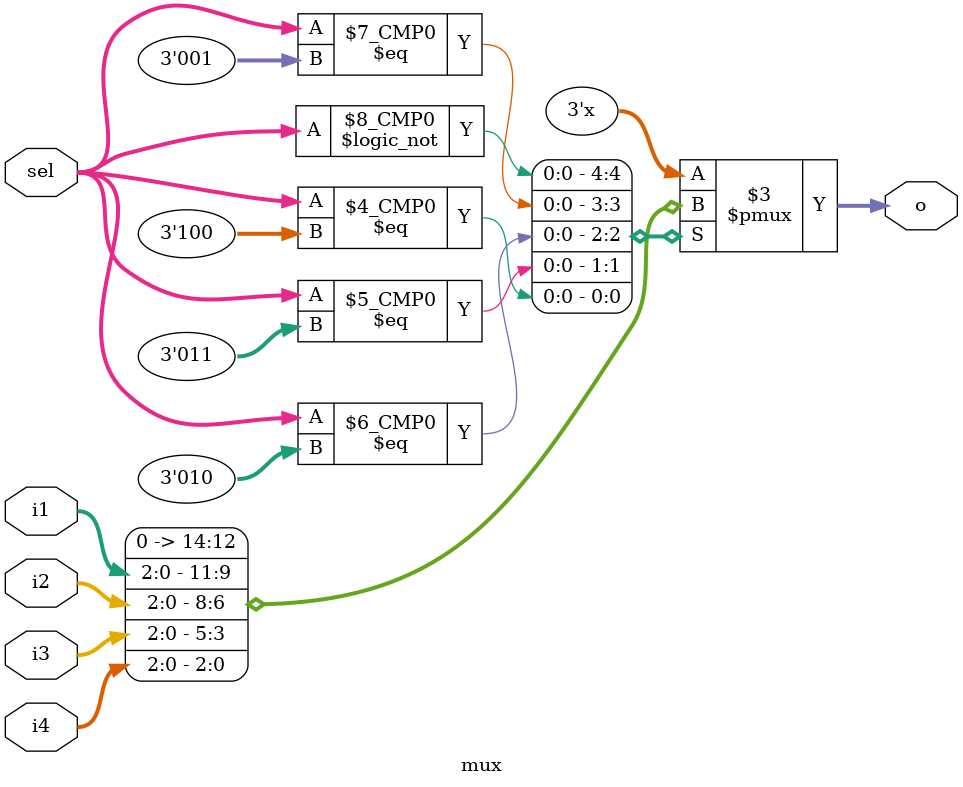
<source format=v>
module mux(

input wire [2:0] sel,
input wire [2:0] i1,
input wire [2:0] i2,
input wire [2:0] i3,
input wire [2:0] i4,
output reg [2:0] o

);

always @* begin
  case (sel)
    0 : o = 0;
    1 : o = i1;
    2 : o = i2;
    3 : o = i3;
    4 : o = i4;
  endcase
end

endmodule

</source>
